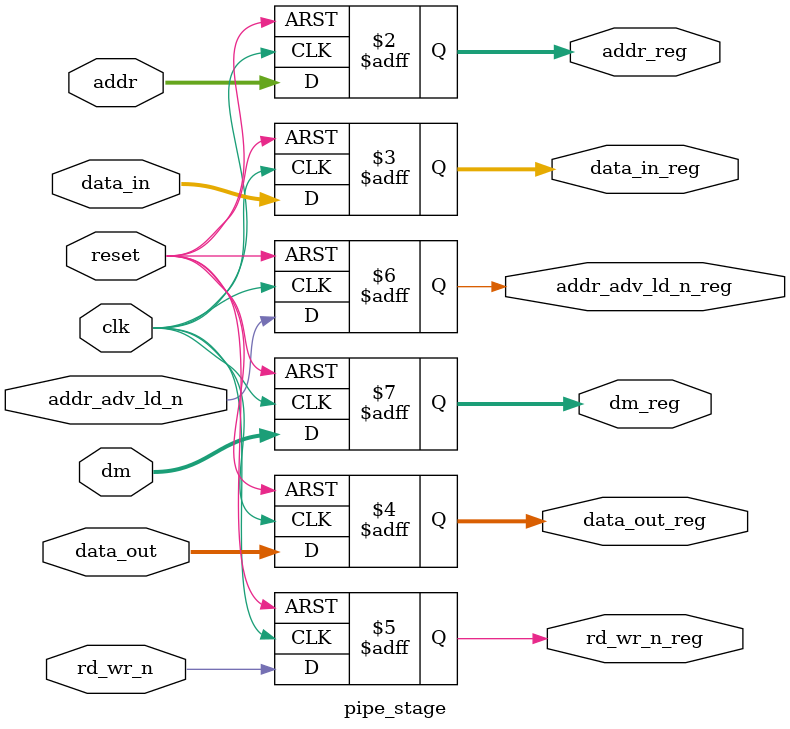
<source format=v>
module pipe_stage(
	clk,
	reset,
	addr,
	data_in,
	data_out,
	rd_wr_n,
	addr_adv_ld_n,
	dm,
	addr_reg,
	data_in_reg,
	data_out_reg,
	rd_wr_n_reg,
	addr_adv_ld_n_reg,
	dm_reg
	);

parameter ASIZE = 18;			// address bus width
parameter DSIZE = 36;			// data bus width
parameter BWSIZE = 4;			// byte enable bus width	

input 					clk;
input 					reset;
	
input	[ASIZE - 1:0]	addr;		
input	[DSIZE - 1:0]	data_in;
input	[DSIZE - 1:0]	data_out;
input 					rd_wr_n;				// active LOW write
input 					addr_adv_ld_n;			// advance/load address (active LOW load)
input	[BWSIZE - 1:0]	dm;						// data mask bits                   

output	[ASIZE - 1:0]	addr_reg;
output	[DSIZE - 1:0]	data_in_reg;
output	[DSIZE - 1:0]	data_out_reg;
output 					rd_wr_n_reg;
output 					addr_adv_ld_n_reg;
output	[BWSIZE - 1:0]	dm_reg;

// Register declarations
reg	[ASIZE - 1:0]	addr_reg;
reg	[DSIZE - 1:0]	data_in_reg;
reg	[DSIZE - 1:0]	data_out_reg;
reg 					rd_wr_n_reg;
reg 					addr_adv_ld_n_reg;
reg	[BWSIZE - 1:0]	dm_reg;

// register all signals

always @ (posedge clk or posedge reset)
begin
	if (reset)
	begin
		addr_reg <= 18'h0;
		data_in_reg <= 36'h0;
		data_out_reg <= 36'h0;
		rd_wr_n_reg <= 1'b0;
		addr_adv_ld_n_reg <= 1'b0;
		dm_reg <= 4'h0;
	end
	
	else
	begin
		addr_reg <= addr;
		data_in_reg <= data_in;
		data_out_reg <= data_out;
		rd_wr_n_reg <= rd_wr_n;
		addr_adv_ld_n_reg <= addr_adv_ld_n;
		dm_reg <= dm;
	end
end

endmodule

</source>
